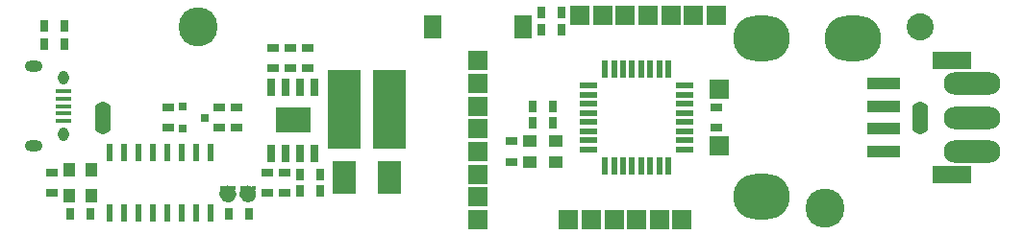
<source format=gts>
G04 #@! TF.FileFunction,Soldermask,Top*
%FSLAX46Y46*%
G04 Gerber Fmt 4.6, Leading zero omitted, Abs format (unit mm)*
G04 Created by KiCad (PCBNEW 4.0.2+dfsg1-stable) date su 18. kesäkuuta 2017 19.48.31*
%MOMM*%
G01*
G04 APERTURE LIST*
%ADD10C,0.100000*%
%ADD11C,1.000000*%
%ADD12O,5.000000X4.000000*%
%ADD13C,2.390000*%
%ADD14C,3.450000*%
%ADD15O,1.400000X2.900000*%
%ADD16R,1.600000X0.550000*%
%ADD17R,0.550000X1.600000*%
%ADD18R,1.350000X0.400000*%
%ADD19O,0.950000X1.250000*%
%ADD20O,1.550000X1.000000*%
%ADD21R,1.000000X0.800000*%
%ADD22R,0.800000X1.000000*%
%ADD23R,2.000000X3.000000*%
%ADD24R,0.600000X1.500000*%
%ADD25C,0.400000*%
%ADD26R,3.000000X7.000000*%
%ADD27R,3.400000X1.600000*%
%ADD28R,3.000000X1.000000*%
%ADD29O,5.000000X2.000000*%
%ADD30R,0.800000X1.600000*%
%ADD31R,3.100000X2.210000*%
%ADD32R,1.300000X1.100000*%
%ADD33R,1.100000X1.300000*%
%ADD34R,0.800100X0.800100*%
%ADD35R,1.500000X2.000000*%
%ADD36R,1.750000X1.750000*%
G04 APERTURE END LIST*
D10*
D11*
X125250000Y-106750000D02*
G75*
G03X125250000Y-106750000I-250000J0D01*
G01*
X127000000Y-106750000D02*
G75*
G03X127000000Y-106750000I-250000J0D01*
G01*
D12*
X172000000Y-107000000D03*
D13*
X185930000Y-92000000D03*
D14*
X177600000Y-108000000D03*
X122400000Y-92000000D03*
D12*
X172000000Y-93000000D03*
D15*
X186000000Y-100000000D03*
D16*
X156750000Y-97200000D03*
X156750000Y-98000000D03*
X156750000Y-98800000D03*
X156750000Y-99600000D03*
X156750000Y-100400000D03*
X156750000Y-101200000D03*
X156750000Y-102000000D03*
X156750000Y-102800000D03*
D17*
X158200000Y-104250000D03*
X159000000Y-104250000D03*
X159800000Y-104250000D03*
X160600000Y-104250000D03*
X161400000Y-104250000D03*
X162200000Y-104250000D03*
X163000000Y-104250000D03*
X163800000Y-104250000D03*
D16*
X165250000Y-102800000D03*
X165250000Y-102000000D03*
X165250000Y-101200000D03*
X165250000Y-100400000D03*
X165250000Y-99600000D03*
X165250000Y-98800000D03*
X165250000Y-98000000D03*
X165250000Y-97200000D03*
D17*
X163800000Y-95750000D03*
X163000000Y-95750000D03*
X162200000Y-95750000D03*
X161400000Y-95750000D03*
X160600000Y-95750000D03*
X159800000Y-95750000D03*
X159000000Y-95750000D03*
X158200000Y-95750000D03*
D18*
X110562540Y-97699100D03*
X110562540Y-98349100D03*
X110562540Y-98999100D03*
X110562540Y-99649100D03*
X110562540Y-100299100D03*
D19*
X110562540Y-96499100D03*
X110562540Y-101499100D03*
D20*
X107862540Y-95499100D03*
X107862540Y-102499100D03*
D21*
X124250000Y-100900000D03*
X124250000Y-99100000D03*
X119750000Y-99100000D03*
X119750000Y-100900000D03*
D22*
X153650000Y-99000000D03*
X151850000Y-99000000D03*
D21*
X168000000Y-100900000D03*
X168000000Y-99100000D03*
X150000000Y-103900000D03*
X150000000Y-102100000D03*
D22*
X154400000Y-90750000D03*
X152600000Y-90750000D03*
X153650000Y-100500000D03*
X151850000Y-100500000D03*
D21*
X129000000Y-95650000D03*
X129000000Y-93850000D03*
X128500000Y-104850000D03*
X128500000Y-106650000D03*
D22*
X131350000Y-105000000D03*
X133150000Y-105000000D03*
X133150000Y-106500000D03*
X131350000Y-106500000D03*
X126900000Y-108500000D03*
X125100000Y-108500000D03*
X112900000Y-108500000D03*
X111100000Y-108500000D03*
D21*
X109500000Y-104850000D03*
X109500000Y-106650000D03*
D22*
X108850000Y-91950000D03*
X110650000Y-91950000D03*
X110650000Y-93550000D03*
X108850000Y-93550000D03*
D23*
X139250000Y-105250000D03*
X135250000Y-105250000D03*
D24*
X123445000Y-103050000D03*
X122175000Y-103050000D03*
X120905000Y-103050000D03*
X119635000Y-103050000D03*
X118365000Y-103050000D03*
X117095000Y-103050000D03*
X115825000Y-103050000D03*
X114555000Y-103050000D03*
X114555000Y-108450000D03*
X115825000Y-108450000D03*
X117095000Y-108450000D03*
X118365000Y-108450000D03*
X119635000Y-108450000D03*
X120905000Y-108450000D03*
X122175000Y-108450000D03*
X123445000Y-108450000D03*
D25*
X124450000Y-106750000D03*
X125550000Y-106750000D03*
X125000000Y-106750000D03*
X125500000Y-106250000D03*
X124500000Y-106250000D03*
X125000000Y-107300000D03*
X126200000Y-106750000D03*
X127300000Y-106750000D03*
X126750000Y-106750000D03*
X127250000Y-106250000D03*
X126250000Y-106250000D03*
X126750000Y-107300000D03*
D26*
X139250000Y-99250000D03*
X135250000Y-99250000D03*
D27*
X188750000Y-95000000D03*
X188750000Y-105000000D03*
D28*
X182750000Y-97000000D03*
X182750000Y-99000000D03*
X182750000Y-103000000D03*
X182750000Y-101000000D03*
D29*
X190500000Y-103000000D03*
X190500000Y-97000000D03*
X190500000Y-100000000D03*
D21*
X125750000Y-100900000D03*
X125750000Y-99100000D03*
X132000000Y-95650000D03*
X132000000Y-93850000D03*
X130500000Y-95650000D03*
X130500000Y-93850000D03*
D22*
X152600000Y-92250000D03*
X154400000Y-92250000D03*
D21*
X130000000Y-104850000D03*
X130000000Y-106650000D03*
D30*
X128845000Y-103150000D03*
X130115000Y-103150000D03*
X131385000Y-103150000D03*
X132655000Y-103150000D03*
X128845000Y-97350000D03*
X130115000Y-97350000D03*
X132655000Y-97350000D03*
X131385000Y-97350000D03*
D31*
X130750000Y-100250000D03*
D32*
X151600000Y-102050000D03*
X153900000Y-102050000D03*
X153900000Y-103950000D03*
X151600000Y-103950000D03*
D33*
X111050000Y-106900000D03*
X111050000Y-104600000D03*
X112950000Y-104600000D03*
X112950000Y-106900000D03*
D34*
X120999240Y-99050000D03*
X120999240Y-100950000D03*
X122998220Y-100000000D03*
D35*
X151000000Y-92000000D03*
X143000000Y-92000000D03*
D15*
X114000000Y-100000000D03*
D12*
X180000000Y-93000000D03*
D36*
X168000000Y-91000000D03*
X168250000Y-97500000D03*
X168250000Y-102500000D03*
X147000000Y-109000000D03*
X147000000Y-107000000D03*
X147000000Y-105000000D03*
X147000000Y-103000000D03*
X147000000Y-101000000D03*
X147000000Y-99000000D03*
X147000000Y-97000000D03*
X147000000Y-95000000D03*
X156000000Y-91000000D03*
X158000000Y-91000000D03*
X160000000Y-91000000D03*
X162000000Y-91000000D03*
X164000000Y-91000000D03*
X165000000Y-109000000D03*
X163000000Y-109000000D03*
X161000000Y-109000000D03*
X159000000Y-109000000D03*
X157000000Y-109000000D03*
X155000000Y-109000000D03*
X166000000Y-91000000D03*
M02*

</source>
